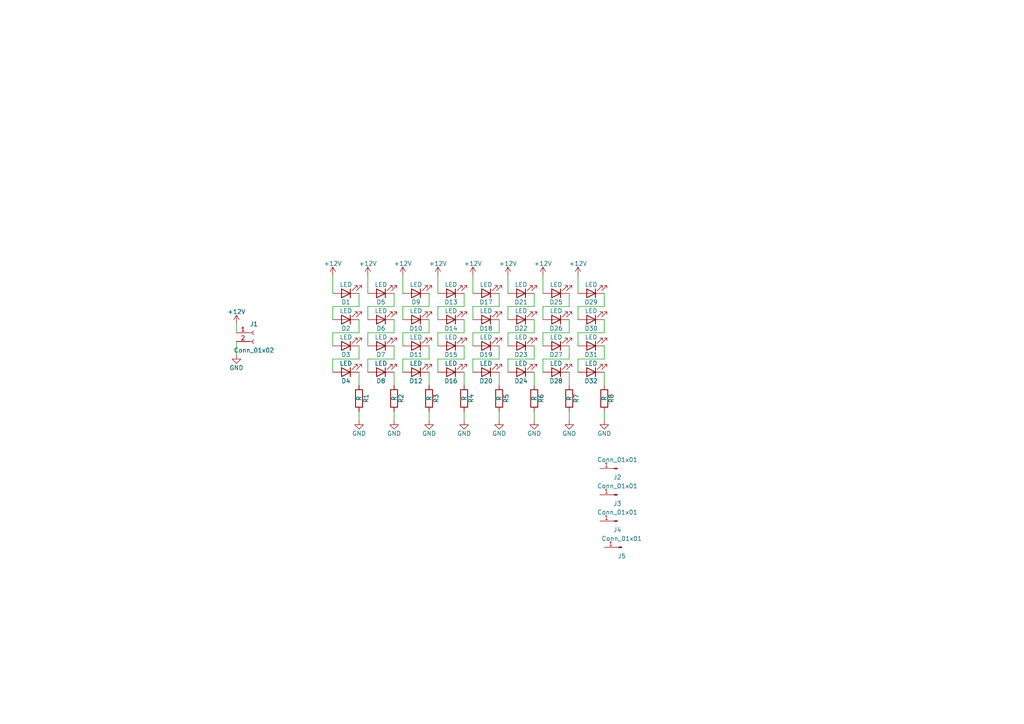
<source format=kicad_sch>
(kicad_sch (version 20230121) (generator eeschema)
  (paper "A4")
  (lib_symbols
    (symbol "Brakelight2-rescue:Conn_01x01_Male-Connector" (pin_names (offset 1.016) hide)
      (property "Reference" "J" (at 0 2.54 0))
      (property "Value" "Connector_Conn_01x01_Male" (at 0 -2.54 0))
      (symbol "Conn_01x01_Male-Connector_1_1"
        (polyline (pts (xy 1.27 0) (xy 0.8636 0)) (stroke (width 0.1524)))
        (rectangle (start 0.8636 0.127) (end 0 -0.127) (stroke (width 0.1524)) (fill (type outline)))
        (pin passive line (at 5.08 0 180) (length 3.81) (name "Pin_1") (number "1"))
      )
    )
    (symbol "Brakelight2-rescue:Conn_01x02_Female-Connector" (pin_names (offset 1.016) hide)
      (property "Reference" "J" (at 0 2.54 0))
      (property "Value" "Connector_Conn_01x02_Female" (at 0 -5.08 0))
      (symbol "Conn_01x02_Female-Connector_1_1"
        (arc (start 0 -2.032) (mid -0.5058 -2.54) (end 0 -3.048) (stroke (width 0.1524)))
        (polyline (pts (xy -1.27 -2.54) (xy -0.508 -2.54)) (stroke (width 0.1524)))
        (polyline (pts (xy -1.27 0) (xy -0.508 0)) (stroke (width 0.1524)))
        (arc (start 0 0.508) (mid -0.5058 0) (end 0 -0.508) (stroke (width 0.1524)))
        (pin passive line (at -5.08 0 0) (length 3.81) (name "Pin_1") (number "1"))
        (pin passive line (at -5.08 -2.54 0) (length 3.81) (name "Pin_2") (number "2"))
      )
    )
    (symbol "Device:LED" (pin_numbers hide) (pin_names (offset 1.016) hide)
      (property "Reference" "D" (at 0 2.54 0))
      (property "Value" "LED" (at 0 -2.54 0))
      (symbol "LED_0_1"
        (polyline (pts (xy -1.27 -1.27) (xy -1.27 1.27)) (stroke (width 0.254)))
        (polyline (pts (xy -1.27 0) (xy 1.27 0)))
        (polyline (pts (xy 1.27 -1.27) (xy 1.27 1.27) (xy -1.27 0) (xy 1.27 -1.27)) (stroke (width 0.254)))
        (polyline (pts (xy -3.048 -0.762) (xy -4.572 -2.286) (xy -3.81 -2.286) (xy -4.572 -2.286) (xy -4.572 -1.524)))
        (polyline (pts (xy -1.778 -0.762) (xy -3.302 -2.286) (xy -2.54 -2.286) (xy -3.302 -2.286) (xy -3.302 -1.524)))
      )
      (symbol "LED_1_1"
        (pin passive line (at -3.81 0 0) (length 2.54) (name "K") (number "1"))
        (pin passive line (at 3.81 0 180) (length 2.54) (name "A") (number "2"))
      )
    )
    (symbol "Device:R" (pin_numbers hide) (pin_names (offset 0))
      (property "Reference" "R" (at 2.032 0 90))
      (property "Value" "R" (at 0 0 90))
      (symbol "R_0_1"
        (rectangle (start -1.016 -2.54) (end 1.016 2.54) (stroke (width 0.254)))
      )
      (symbol "R_1_1"
        (pin passive line (at 0 3.81 270) (length 1.27) (name "~") (number "1"))
        (pin passive line (at 0 -3.81 90) (length 1.27) (name "~") (number "2"))
      )
    )
    (symbol "power:+12V" (power) (pin_names (offset 0))
      (property "Value" "+12V" (at 0 3.556 0))
      (symbol "+12V_0_1"
        (polyline (pts (xy -0.762 1.27) (xy 0 2.54)))
        (polyline (pts (xy 0 0) (xy 0 2.54)))
        (polyline (pts (xy 0 2.54) (xy 0.762 1.27)))
      )
      (symbol "+12V_1_1"
        (pin power_in line (at 0 0 90) (length 0) hide (name "+12V") (number "1"))
      )
    )
    (symbol "power:GND" (power) (pin_names (offset 0))
      (property "Value" "GND" (at 0 -3.81 0))
      (symbol "GND_0_1"
        (polyline (pts (xy 0 0) (xy 0 -1.27) (xy 1.27 -1.27) (xy 0 -2.54) (xy -1.27 -1.27) (xy 0 -1.27)))
      )
      (symbol "GND_1_1"
        (pin power_in line (at 0 0 270) (length 0) hide (name "GND") (number "1"))
      )
    )
  )
  (wire (pts (xy 106.68 92.71) (xy 106.68 88.9)))
  (wire (pts (xy 157.48 104.14) (xy 165.1 104.14)))
  (wire (pts (xy 114.3 121.92) (xy 114.3 119.38)))
  (wire (pts (xy 114.3 104.14) (xy 114.3 100.33)))
  (wire (pts (xy 147.32 100.33) (xy 147.32 96.52)))
  (wire (pts (xy 157.48 107.95) (xy 157.48 104.14)))
  (wire (pts (xy 175.26 96.52) (xy 175.26 92.71)))
  (wire (pts (xy 106.68 104.14) (xy 114.3 104.14)))
  (wire (pts (xy 147.32 85.09) (xy 147.32 80.01)))
  (wire (pts (xy 154.94 111.76) (xy 154.94 107.95)))
  (wire (pts (xy 104.14 107.95) (xy 104.14 111.76)))
  (wire (pts (xy 154.94 96.52) (xy 154.94 92.71)))
  (wire (pts (xy 144.78 88.9) (xy 144.78 85.09)))
  (wire (pts (xy 104.14 96.52) (xy 104.14 92.71)))
  (wire (pts (xy 167.64 96.52) (xy 175.26 96.52)))
  (wire (pts (xy 165.1 104.14) (xy 165.1 100.33)))
  (wire (pts (xy 137.16 92.71) (xy 137.16 88.9)))
  (wire (pts (xy 137.16 85.09) (xy 137.16 80.01)))
  (wire (pts (xy 157.48 88.9) (xy 165.1 88.9)))
  (wire (pts (xy 154.94 104.14) (xy 154.94 100.33)))
  (wire (pts (xy 154.94 121.92) (xy 154.94 119.38)))
  (wire (pts (xy 165.1 88.9) (xy 165.1 85.09)))
  (wire (pts (xy 167.64 107.95) (xy 167.64 104.14)))
  (wire (pts (xy 106.68 96.52) (xy 114.3 96.52)))
  (wire (pts (xy 137.16 96.52) (xy 144.78 96.52)))
  (wire (pts (xy 114.3 96.52) (xy 114.3 92.71)))
  (wire (pts (xy 124.46 96.52) (xy 124.46 92.71)))
  (wire (pts (xy 104.14 119.38) (xy 104.14 121.92)))
  (wire (pts (xy 144.78 121.92) (xy 144.78 119.38)))
  (wire (pts (xy 124.46 111.76) (xy 124.46 107.95)))
  (wire (pts (xy 165.1 111.76) (xy 165.1 107.95)))
  (wire (pts (xy 144.78 111.76) (xy 144.78 107.95)))
  (wire (pts (xy 144.78 96.52) (xy 144.78 92.71)))
  (wire (pts (xy 154.94 88.9) (xy 154.94 85.09)))
  (wire (pts (xy 157.48 85.09) (xy 157.48 80.01)))
  (wire (pts (xy 96.52 104.14) (xy 96.52 107.95)))
  (wire (pts (xy 96.52 96.52) (xy 104.14 96.52)))
  (wire (pts (xy 96.52 80.01) (xy 96.52 85.09)))
  (wire (pts (xy 106.68 85.09) (xy 106.68 80.01)))
  (wire (pts (xy 106.68 100.33) (xy 106.68 96.52)))
  (wire (pts (xy 137.16 100.33) (xy 137.16 96.52)))
  (wire (pts (xy 157.48 96.52) (xy 165.1 96.52)))
  (wire (pts (xy 167.64 92.71) (xy 167.64 88.9)))
  (wire (pts (xy 175.26 121.92) (xy 175.26 119.38)))
  (wire (pts (xy 127 104.14) (xy 134.62 104.14)))
  (wire (pts (xy 134.62 104.14) (xy 134.62 100.33)))
  (wire (pts (xy 157.48 100.33) (xy 157.48 96.52)))
  (wire (pts (xy 134.62 96.52) (xy 134.62 92.71)))
  (wire (pts (xy 147.32 104.14) (xy 154.94 104.14)))
  (wire (pts (xy 116.84 88.9) (xy 124.46 88.9)))
  (wire (pts (xy 167.64 85.09) (xy 167.64 80.01)))
  (wire (pts (xy 116.84 92.71) (xy 116.84 88.9)))
  (wire (pts (xy 104.14 85.09) (xy 104.14 88.9)))
  (wire (pts (xy 127 96.52) (xy 134.62 96.52)))
  (wire (pts (xy 106.68 88.9) (xy 114.3 88.9)))
  (wire (pts (xy 147.32 96.52) (xy 154.94 96.52)))
  (wire (pts (xy 127 88.9) (xy 134.62 88.9)))
  (wire (pts (xy 165.1 96.52) (xy 165.1 92.71)))
  (wire (pts (xy 68.58 99.06) (xy 68.58 102.87)))
  (wire (pts (xy 134.62 111.76) (xy 134.62 107.95)))
  (wire (pts (xy 116.84 107.95) (xy 116.84 104.14)))
  (wire (pts (xy 147.32 92.71) (xy 147.32 88.9)))
  (wire (pts (xy 167.64 88.9) (xy 175.26 88.9)))
  (wire (pts (xy 116.84 96.52) (xy 124.46 96.52)))
  (wire (pts (xy 127 107.95) (xy 127 104.14)))
  (wire (pts (xy 127 85.09) (xy 127 80.01)))
  (wire (pts (xy 134.62 88.9) (xy 134.62 85.09)))
  (wire (pts (xy 144.78 104.14) (xy 144.78 100.33)))
  (wire (pts (xy 106.68 107.95) (xy 106.68 104.14)))
  (wire (pts (xy 104.14 88.9) (xy 96.52 88.9)))
  (wire (pts (xy 175.26 88.9) (xy 175.26 85.09)))
  (wire (pts (xy 167.64 100.33) (xy 167.64 96.52)))
  (wire (pts (xy 127 92.71) (xy 127 88.9)))
  (wire (pts (xy 116.84 100.33) (xy 116.84 96.52)))
  (wire (pts (xy 175.26 111.76) (xy 175.26 107.95)))
  (wire (pts (xy 175.26 104.14) (xy 175.26 100.33)))
  (wire (pts (xy 114.3 111.76) (xy 114.3 107.95)))
  (wire (pts (xy 104.14 104.14) (xy 96.52 104.14)))
  (wire (pts (xy 137.16 107.95) (xy 137.16 104.14)))
  (wire (pts (xy 124.46 104.14) (xy 124.46 100.33)))
  (wire (pts (xy 147.32 88.9) (xy 154.94 88.9)))
  (wire (pts (xy 124.46 121.92) (xy 124.46 119.38)))
  (wire (pts (xy 137.16 104.14) (xy 144.78 104.14)))
  (wire (pts (xy 147.32 107.95) (xy 147.32 104.14)))
  (wire (pts (xy 114.3 88.9) (xy 114.3 85.09)))
  (wire (pts (xy 68.58 96.52) (xy 68.58 93.98)))
  (wire (pts (xy 124.46 88.9) (xy 124.46 85.09)))
  (wire (pts (xy 116.84 85.09) (xy 116.84 80.01)))
  (wire (pts (xy 134.62 121.92) (xy 134.62 119.38)))
  (wire (pts (xy 167.64 104.14) (xy 175.26 104.14)))
  (wire (pts (xy 127 100.33) (xy 127 96.52)))
  (wire (pts (xy 157.48 92.71) (xy 157.48 88.9)))
  (wire (pts (xy 104.14 100.33) (xy 104.14 104.14)))
  (wire (pts (xy 96.52 100.33) (xy 96.52 96.52)))
  (wire (pts (xy 137.16 88.9) (xy 144.78 88.9)))
  (wire (pts (xy 96.52 88.9) (xy 96.52 92.71)))
  (wire (pts (xy 165.1 121.92) (xy 165.1 119.38)))
  (wire (pts (xy 116.84 104.14) (xy 124.46 104.14)))
  (symbol (lib_id "Device:LED") (at 100.33 85.09 180) (unit 1)
    (property "Reference" "D1" (at 100.33 87.63 0))
    (property "Value" "LED" (at 100.33 82.55 0))
    (property "Footprint" "LEDs:LED_D5.0mm" (effects hide))
  )
  (symbol (lib_id "Brakelight2-rescue:Conn_01x02_Female-Connector") (at 73.66 96.52 0) (unit 1)
    (property "Reference" "J1" (at 73.66 93.98 0))
    (property "Value" "Conn_01x02" (at 73.66 101.6 0))
    (property "Footprint" "Connectors_Molex:Molex_NanoFit_1x02x2.50mm_Straight" (effects hide))
  )
  (symbol (lib_id "Device:R") (at 104.14 115.57 0) (unit 1)
    (property "Reference" "R1" (at 106.172 115.57 90))
    (property "Value" "R" (at 104.14 115.57 90))
    (property "Footprint" "Resistors_THT:R_Axial_DIN0207_L6.3mm_D2.5mm_P10.16mm_Horizontal" (effects hide))
  )
  (symbol (lib_id "power:+12V") (at 68.58 93.98 0) (unit 1)
    (property "Reference" "#PWR01" (effects hide))
    (property "Value" "+12V" (at 68.58 90.424 0))
  )
  (symbol (lib_id "power:GND") (at 68.58 102.87 0) (unit 1)
    (property "Reference" "#PWR02" (effects hide))
    (property "Value" "GND" (at 68.58 106.68 0))
  )
  (symbol (lib_id "Device:LED") (at 100.33 92.71 180) (unit 1)
    (property "Reference" "D2" (at 100.33 95.25 0))
    (property "Value" "LED" (at 100.33 90.17 0))
    (property "Footprint" "LEDs:LED_D5.0mm" (effects hide))
  )
  (symbol (lib_id "Device:LED") (at 100.33 100.33 180) (unit 1)
    (property "Reference" "D3" (at 100.33 102.87 0))
    (property "Value" "LED" (at 100.33 97.79 0))
    (property "Footprint" "LEDs:LED_D5.0mm" (effects hide))
  )
  (symbol (lib_id "Device:LED") (at 100.33 107.95 180) (unit 1)
    (property "Reference" "D4" (at 100.33 110.49 0))
    (property "Value" "LED" (at 100.33 105.41 0))
    (property "Footprint" "LEDs:LED_D5.0mm" (effects hide))
  )
  (symbol (lib_id "Device:LED") (at 110.49 85.09 180) (unit 1)
    (property "Reference" "D5" (at 110.49 87.63 0))
    (property "Value" "LED" (at 110.49 82.55 0))
    (property "Footprint" "LEDs:LED_D5.0mm" (effects hide))
  )
  (symbol (lib_id "Device:LED") (at 120.65 85.09 180) (unit 1)
    (property "Reference" "D9" (at 120.65 87.63 0))
    (property "Value" "LED" (at 120.65 82.55 0))
    (property "Footprint" "LEDs:LED_D5.0mm" (effects hide))
  )
  (symbol (lib_id "Device:LED") (at 130.81 85.09 180) (unit 1)
    (property "Reference" "D13" (at 130.81 87.63 0))
    (property "Value" "LED" (at 130.81 82.55 0))
    (property "Footprint" "LEDs:LED_D5.0mm" (effects hide))
  )
  (symbol (lib_id "Device:LED") (at 140.97 85.09 180) (unit 1)
    (property "Reference" "D17" (at 140.97 87.63 0))
    (property "Value" "LED" (at 140.97 82.55 0))
    (property "Footprint" "LEDs:LED_D5.0mm" (effects hide))
  )
  (symbol (lib_id "Device:LED") (at 151.13 85.09 180) (unit 1)
    (property "Reference" "D21" (at 151.13 87.63 0))
    (property "Value" "LED" (at 151.13 82.55 0))
    (property "Footprint" "LEDs:LED_D5.0mm" (effects hide))
  )
  (symbol (lib_id "Device:LED") (at 161.29 85.09 180) (unit 1)
    (property "Reference" "D25" (at 161.29 87.63 0))
    (property "Value" "LED" (at 161.29 82.55 0))
    (property "Footprint" "LEDs:LED_D5.0mm" (effects hide))
  )
  (symbol (lib_id "Device:LED") (at 171.45 85.09 180) (unit 1)
    (property "Reference" "D29" (at 171.45 87.63 0))
    (property "Value" "LED" (at 171.45 82.55 0))
    (property "Footprint" "LEDs:LED_D5.0mm" (effects hide))
  )
  (symbol (lib_id "Device:LED") (at 110.49 92.71 180) (unit 1)
    (property "Reference" "D6" (at 110.49 95.25 0))
    (property "Value" "LED" (at 110.49 90.17 0))
    (property "Footprint" "LEDs:LED_D5.0mm" (effects hide))
  )
  (symbol (lib_id "Device:LED") (at 110.49 100.33 180) (unit 1)
    (property "Reference" "D7" (at 110.49 102.87 0))
    (property "Value" "LED" (at 110.49 97.79 0))
    (property "Footprint" "LEDs:LED_D5.0mm" (effects hide))
  )
  (symbol (lib_id "Device:LED") (at 110.49 107.95 180) (unit 1)
    (property "Reference" "D8" (at 110.49 110.49 0))
    (property "Value" "LED" (at 110.49 105.41 0))
    (property "Footprint" "LEDs:LED_D5.0mm" (effects hide))
  )
  (symbol (lib_id "Device:LED") (at 120.65 92.71 180) (unit 1)
    (property "Reference" "D10" (at 120.65 95.25 0))
    (property "Value" "LED" (at 120.65 90.17 0))
    (property "Footprint" "LEDs:LED_D5.0mm" (effects hide))
  )
  (symbol (lib_id "Device:LED") (at 120.65 100.33 180) (unit 1)
    (property "Reference" "D11" (at 120.65 102.87 0))
    (property "Value" "LED" (at 120.65 97.79 0))
    (property "Footprint" "LEDs:LED_D5.0mm" (effects hide))
  )
  (symbol (lib_id "Device:LED") (at 120.65 107.95 180) (unit 1)
    (property "Reference" "D12" (at 120.65 110.49 0))
    (property "Value" "LED" (at 120.65 105.41 0))
    (property "Footprint" "LEDs:LED_D5.0mm" (effects hide))
  )
  (symbol (lib_id "Device:LED") (at 130.81 92.71 180) (unit 1)
    (property "Reference" "D14" (at 130.81 95.25 0))
    (property "Value" "LED" (at 130.81 90.17 0))
    (property "Footprint" "LEDs:LED_D5.0mm" (effects hide))
  )
  (symbol (lib_id "Device:LED") (at 130.81 100.33 180) (unit 1)
    (property "Reference" "D15" (at 130.81 102.87 0))
    (property "Value" "LED" (at 130.81 97.79 0))
    (property "Footprint" "LEDs:LED_D5.0mm" (effects hide))
  )
  (symbol (lib_id "Device:LED") (at 130.81 107.95 180) (unit 1)
    (property "Reference" "D16" (at 130.81 110.49 0))
    (property "Value" "LED" (at 130.81 105.41 0))
    (property "Footprint" "LEDs:LED_D5.0mm" (effects hide))
  )
  (symbol (lib_id "Device:LED") (at 140.97 92.71 180) (unit 1)
    (property "Reference" "D18" (at 140.97 95.25 0))
    (property "Value" "LED" (at 140.97 90.17 0))
    (property "Footprint" "LEDs:LED_D5.0mm" (effects hide))
  )
  (symbol (lib_id "Device:LED") (at 140.97 100.33 180) (unit 1)
    (property "Reference" "D19" (at 140.97 102.87 0))
    (property "Value" "LED" (at 140.97 97.79 0))
    (property "Footprint" "LEDs:LED_D5.0mm" (effects hide))
  )
  (symbol (lib_id "Device:LED") (at 140.97 107.95 180) (unit 1)
    (property "Reference" "D20" (at 140.97 110.49 0))
    (property "Value" "LED" (at 140.97 105.41 0))
    (property "Footprint" "LEDs:LED_D5.0mm" (effects hide))
  )
  (symbol (lib_id "Device:LED") (at 151.13 92.71 180) (unit 1)
    (property "Reference" "D22" (at 151.13 95.25 0))
    (property "Value" "LED" (at 151.13 90.17 0))
    (property "Footprint" "LEDs:LED_D5.0mm" (effects hide))
  )
  (symbol (lib_id "Device:LED") (at 151.13 100.33 180) (unit 1)
    (property "Reference" "D23" (at 151.13 102.87 0))
    (property "Value" "LED" (at 151.13 97.79 0))
    (property "Footprint" "LEDs:LED_D5.0mm" (effects hide))
  )
  (symbol (lib_id "Device:LED") (at 151.13 107.95 180) (unit 1)
    (property "Reference" "D24" (at 151.13 110.49 0))
    (property "Value" "LED" (at 151.13 105.41 0))
    (property "Footprint" "LEDs:LED_D5.0mm" (effects hide))
  )
  (symbol (lib_id "Device:LED") (at 161.29 92.71 180) (unit 1)
    (property "Reference" "D26" (at 161.29 95.25 0))
    (property "Value" "LED" (at 161.29 90.17 0))
    (property "Footprint" "LEDs:LED_D5.0mm" (effects hide))
  )
  (symbol (lib_id "Device:LED") (at 161.29 100.33 180) (unit 1)
    (property "Reference" "D27" (at 161.29 102.87 0))
    (property "Value" "LED" (at 161.29 97.79 0))
    (property "Footprint" "LEDs:LED_D5.0mm" (effects hide))
  )
  (symbol (lib_id "Device:LED") (at 161.29 107.95 180) (unit 1)
    (property "Reference" "D28" (at 161.29 110.49 0))
    (property "Value" "LED" (at 161.29 105.41 0))
    (property "Footprint" "LEDs:LED_D5.0mm" (effects hide))
  )
  (symbol (lib_id "Device:LED") (at 171.45 92.71 180) (unit 1)
    (property "Reference" "D30" (at 171.45 95.25 0))
    (property "Value" "LED" (at 171.45 90.17 0))
    (property "Footprint" "LEDs:LED_D5.0mm" (effects hide))
  )
  (symbol (lib_id "Device:LED") (at 171.45 100.33 180) (unit 1)
    (property "Reference" "D31" (at 171.45 102.87 0))
    (property "Value" "LED" (at 171.45 97.79 0))
    (property "Footprint" "LEDs:LED_D5.0mm" (effects hide))
  )
  (symbol (lib_id "Device:LED") (at 171.45 107.95 180) (unit 1)
    (property "Reference" "D32" (at 171.45 110.49 0))
    (property "Value" "LED" (at 171.45 105.41 0))
    (property "Footprint" "LEDs:LED_D5.0mm" (effects hide))
  )
  (symbol (lib_id "Device:R") (at 114.3 115.57 0) (unit 1)
    (property "Reference" "R2" (at 116.332 115.57 90))
    (property "Value" "R" (at 114.3 115.57 90))
    (property "Footprint" "Resistors_THT:R_Axial_DIN0207_L6.3mm_D2.5mm_P10.16mm_Horizontal" (effects hide))
  )
  (symbol (lib_id "Device:R") (at 124.46 115.57 0) (unit 1)
    (property "Reference" "R3" (at 126.492 115.57 90))
    (property "Value" "R" (at 124.46 115.57 90))
    (property "Footprint" "Resistors_THT:R_Axial_DIN0207_L6.3mm_D2.5mm_P10.16mm_Horizontal" (effects hide))
  )
  (symbol (lib_id "Device:R") (at 134.62 115.57 0) (unit 1)
    (property "Reference" "R4" (at 136.652 115.57 90))
    (property "Value" "R" (at 134.62 115.57 90))
    (property "Footprint" "Resistors_THT:R_Axial_DIN0207_L6.3mm_D2.5mm_P10.16mm_Horizontal" (effects hide))
  )
  (symbol (lib_id "Device:R") (at 144.78 115.57 0) (unit 1)
    (property "Reference" "R5" (at 146.812 115.57 90))
    (property "Value" "R" (at 144.78 115.57 90))
    (property "Footprint" "Resistors_THT:R_Axial_DIN0207_L6.3mm_D2.5mm_P10.16mm_Horizontal" (effects hide))
  )
  (symbol (lib_id "Device:R") (at 154.94 115.57 0) (unit 1)
    (property "Reference" "R6" (at 156.972 115.57 90))
    (property "Value" "R" (at 154.94 115.57 90))
    (property "Footprint" "Resistors_THT:R_Axial_DIN0207_L6.3mm_D2.5mm_P10.16mm_Horizontal" (effects hide))
  )
  (symbol (lib_id "Device:R") (at 165.1 115.57 0) (unit 1)
    (property "Reference" "R7" (at 167.132 115.57 90))
    (property "Value" "R" (at 165.1 115.57 90))
    (property "Footprint" "Resistors_THT:R_Axial_DIN0207_L6.3mm_D2.5mm_P10.16mm_Horizontal" (effects hide))
  )
  (symbol (lib_id "Device:R") (at 175.26 115.57 0) (unit 1)
    (property "Reference" "R8" (at 177.292 115.57 90))
    (property "Value" "R" (at 175.26 115.57 90))
    (property "Footprint" "Resistors_THT:R_Axial_DIN0207_L6.3mm_D2.5mm_P10.16mm_Horizontal" (effects hide))
  )
  (symbol (lib_id "power:GND") (at 104.14 121.92 0) (unit 1)
    (property "Reference" "#PWR03" (effects hide))
    (property "Value" "GND" (at 104.14 125.73 0))
  )
  (symbol (lib_id "power:GND") (at 114.3 121.92 0) (unit 1)
    (property "Reference" "#PWR04" (effects hide))
    (property "Value" "GND" (at 114.3 125.73 0))
  )
  (symbol (lib_id "power:GND") (at 124.46 121.92 0) (unit 1)
    (property "Reference" "#PWR05" (effects hide))
    (property "Value" "GND" (at 124.46 125.73 0))
  )
  (symbol (lib_id "power:GND") (at 134.62 121.92 0) (unit 1)
    (property "Reference" "#PWR06" (effects hide))
    (property "Value" "GND" (at 134.62 125.73 0))
  )
  (symbol (lib_id "power:GND") (at 144.78 121.92 0) (unit 1)
    (property "Reference" "#PWR07" (effects hide))
    (property "Value" "GND" (at 144.78 125.73 0))
  )
  (symbol (lib_id "power:GND") (at 154.94 121.92 0) (unit 1)
    (property "Reference" "#PWR08" (effects hide))
    (property "Value" "GND" (at 154.94 125.73 0))
  )
  (symbol (lib_id "power:GND") (at 165.1 121.92 0) (unit 1)
    (property "Reference" "#PWR09" (effects hide))
    (property "Value" "GND" (at 165.1 125.73 0))
  )
  (symbol (lib_id "power:GND") (at 175.26 121.92 0) (unit 1)
    (property "Reference" "#PWR010" (effects hide))
    (property "Value" "GND" (at 175.26 125.73 0))
  )
  (symbol (lib_id "power:+12V") (at 96.52 80.01 0) (unit 1)
    (property "Reference" "#PWR011" (effects hide))
    (property "Value" "+12V" (at 96.52 76.454 0))
  )
  (symbol (lib_id "power:+12V") (at 106.68 80.01 0) (unit 1)
    (property "Reference" "#PWR012" (effects hide))
    (property "Value" "+12V" (at 106.68 76.454 0))
  )
  (symbol (lib_id "power:+12V") (at 116.84 80.01 0) (unit 1)
    (property "Reference" "#PWR013" (effects hide))
    (property "Value" "+12V" (at 116.84 76.454 0))
  )
  (symbol (lib_id "power:+12V") (at 127 80.01 0) (unit 1)
    (property "Reference" "#PWR014" (effects hide))
    (property "Value" "+12V" (at 127 76.454 0))
  )
  (symbol (lib_id "power:+12V") (at 137.16 80.01 0) (unit 1)
    (property "Reference" "#PWR015" (effects hide))
    (property "Value" "+12V" (at 137.16 76.454 0))
  )
  (symbol (lib_id "power:+12V") (at 147.32 80.01 0) (unit 1)
    (property "Reference" "#PWR016" (effects hide))
    (property "Value" "+12V" (at 147.32 76.454 0))
  )
  (symbol (lib_id "power:+12V") (at 157.48 80.01 0) (unit 1)
    (property "Reference" "#PWR017" (effects hide))
    (property "Value" "+12V" (at 157.48 76.454 0))
  )
  (symbol (lib_id "power:+12V") (at 167.64 80.01 0) (unit 1)
    (property "Reference" "#PWR018" (effects hide))
    (property "Value" "+12V" (at 167.64 76.454 0))
  )
  (symbol (lib_id "Brakelight2-rescue:Conn_01x01_Male-Connector") (at 179.07 135.89 180) (unit 1)
    (property "Reference" "J2" (at 179.07 138.43 0))
    (property "Value" "Conn_01x01" (at 179.07 133.35 0))
    (property "Footprint" "Mounting_Holes:MountingHole_3.2mm_M3" (effects hide))
  )
  (symbol (lib_id "Brakelight2-rescue:Conn_01x01_Male-Connector") (at 179.07 143.51 180) (unit 1)
    (property "Reference" "J3" (at 179.07 146.05 0))
    (property "Value" "Conn_01x01" (at 179.07 140.97 0))
    (property "Footprint" "Mounting_Holes:MountingHole_3.2mm_M3" (effects hide))
  )
  (symbol (lib_id "Brakelight2-rescue:Conn_01x01_Male-Connector") (at 179.07 151.13 180) (unit 1)
    (property "Reference" "J4" (at 179.07 153.67 0))
    (property "Value" "Conn_01x01" (at 179.07 148.59 0))
    (property "Footprint" "Mounting_Holes:MountingHole_3.2mm_M3" (effects hide))
  )
  (symbol (lib_id "Brakelight2-rescue:Conn_01x01_Male-Connector") (at 180.34 158.75 180) (unit 1)
    (property "Reference" "J5" (at 180.34 161.29 0))
    (property "Value" "Conn_01x01" (at 180.34 156.21 0))
    (property "Footprint" "Mounting_Holes:MountingHole_3.2mm_M3" (effects hide))
  )
)
</source>
